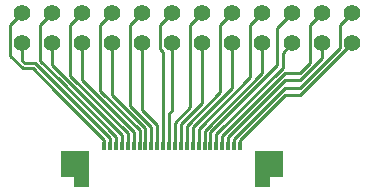
<source format=gbr>
%TF.GenerationSoftware,KiCad,Pcbnew,(5.1.12)-1*%
%TF.CreationDate,2022-06-15T15:33:43-04:00*%
%TF.ProjectId,Header_to_ZIF,48656164-6572-45f7-946f-5f5a49462e6b,rev?*%
%TF.SameCoordinates,Original*%
%TF.FileFunction,Copper,L1,Top*%
%TF.FilePolarity,Positive*%
%FSLAX46Y46*%
G04 Gerber Fmt 4.6, Leading zero omitted, Abs format (unit mm)*
G04 Created by KiCad (PCBNEW (5.1.12)-1) date 2022-06-15 15:33:43*
%MOMM*%
%LPD*%
G01*
G04 APERTURE LIST*
%TA.AperFunction,EtchedComponent*%
%ADD10C,0.100000*%
%TD*%
%TA.AperFunction,SMDPad,CuDef*%
%ADD11R,0.299999X0.800001*%
%TD*%
%TA.AperFunction,SMDPad,CuDef*%
%ADD12R,1.000001X1.000001*%
%TD*%
%TA.AperFunction,ComponentPad*%
%ADD13C,1.397000*%
%TD*%
%TA.AperFunction,Conductor*%
%ADD14C,0.250000*%
%TD*%
G04 APERTURE END LIST*
D10*
%TO.C,J1*%
G36*
X113625001Y-119620002D02*
G01*
X111225001Y-119620002D01*
X111225001Y-121820003D01*
X112325001Y-121820003D01*
X112325001Y-122670001D01*
X113625001Y-122670001D01*
X113625001Y-119620002D01*
G37*
G36*
X127624993Y-119620002D02*
G01*
X130024994Y-119620002D01*
X130024994Y-121820003D01*
X128924993Y-121820003D01*
X128924993Y-122670001D01*
X127624993Y-122670001D01*
X127624993Y-119620002D01*
G37*
%TD*%
D11*
%TO.P,J1,24*%
%TO.N,Net-(J1-Pad24)*%
X126374998Y-119220003D03*
%TO.P,J1,23*%
%TO.N,Net-(J1-Pad23)*%
X125874999Y-119220003D03*
D12*
%TO.P,J1,MP2*%
%TO.N,Net-(J1-PadMP2)*%
X128874996Y-120820002D03*
%TO.P,J1,MP1*%
%TO.N,Net-(J1-PadMP1)*%
X112375496Y-120820002D03*
D11*
%TO.P,J1,21*%
%TO.N,Net-(J1-Pad21)*%
X124874999Y-119220003D03*
%TO.P,J1,20*%
%TO.N,Net-(J1-Pad20)*%
X124375000Y-119220003D03*
%TO.P,J1,19*%
%TO.N,Net-(J1-Pad19)*%
X123874998Y-119220003D03*
%TO.P,J1,18*%
%TO.N,Net-(J1-Pad18)*%
X123374999Y-119220003D03*
%TO.P,J1,17*%
%TO.N,Net-(J1-Pad17)*%
X122874998Y-119220003D03*
%TO.P,J1,16*%
%TO.N,Net-(J1-Pad16)*%
X122374999Y-119220003D03*
%TO.P,J1,15*%
%TO.N,Net-(J1-Pad15)*%
X121875000Y-119220003D03*
%TO.P,J1,14*%
%TO.N,Net-(J1-Pad14)*%
X121374998Y-119220003D03*
%TO.P,J1,13*%
%TO.N,Net-(J1-Pad13)*%
X120874999Y-119220003D03*
%TO.P,J1,12*%
%TO.N,Net-(J1-Pad12)*%
X120374998Y-119220003D03*
%TO.P,J1,11*%
%TO.N,Net-(J1-Pad11)*%
X119874999Y-119220003D03*
%TO.P,J1,10*%
%TO.N,Net-(J1-Pad10)*%
X119375000Y-119220003D03*
%TO.P,J1,9*%
%TO.N,Net-(J1-Pad9)*%
X118874998Y-119220003D03*
%TO.P,J1,8*%
%TO.N,Net-(J1-Pad8)*%
X118374999Y-119220003D03*
%TO.P,J1,7*%
%TO.N,Net-(J1-Pad7)*%
X117874997Y-119220003D03*
%TO.P,J1,6*%
%TO.N,Net-(J1-Pad6)*%
X117374998Y-119220003D03*
%TO.P,J1,5*%
%TO.N,Net-(J1-Pad5)*%
X116874999Y-119220003D03*
%TO.P,J1,4*%
%TO.N,Net-(J1-Pad4)*%
X116374998Y-119220003D03*
%TO.P,J1,3*%
%TO.N,Net-(J1-Pad3)*%
X115874999Y-119220003D03*
%TO.P,J1,2*%
%TO.N,Net-(J1-Pad2)*%
X115374997Y-119220003D03*
%TO.P,J1,1*%
%TO.N,Net-(J1-Pad1)*%
X114874998Y-119220003D03*
%TO.P,J1,22*%
%TO.N,Net-(J1-Pad22)*%
X125374998Y-119220003D03*
%TD*%
D13*
%TO.P,J2,24*%
%TO.N,Net-(J1-Pad1)*%
X107950000Y-107950000D03*
%TO.P,J2,23*%
%TO.N,Net-(J1-Pad2)*%
X107950000Y-110490000D03*
%TO.P,J2,22*%
%TO.N,Net-(J1-Pad3)*%
X110490000Y-107950000D03*
%TO.P,J2,21*%
%TO.N,Net-(J1-Pad4)*%
X110490000Y-110490000D03*
%TO.P,J2,20*%
%TO.N,Net-(J1-Pad5)*%
X113030000Y-107950000D03*
%TO.P,J2,19*%
%TO.N,Net-(J1-Pad6)*%
X113030000Y-110490000D03*
%TO.P,J2,18*%
%TO.N,Net-(J1-Pad7)*%
X115570000Y-107950000D03*
%TO.P,J2,17*%
%TO.N,Net-(J1-Pad8)*%
X115570000Y-110490000D03*
%TO.P,J2,16*%
%TO.N,Net-(J1-Pad9)*%
X118110000Y-107950000D03*
%TO.P,J2,15*%
%TO.N,Net-(J1-Pad10)*%
X118110000Y-110490000D03*
%TO.P,J2,14*%
%TO.N,Net-(J1-Pad11)*%
X120650000Y-107950000D03*
%TO.P,J2,13*%
%TO.N,Net-(J1-Pad12)*%
X120650000Y-110490000D03*
%TO.P,J2,12*%
%TO.N,Net-(J1-Pad13)*%
X123190000Y-107950000D03*
%TO.P,J2,11*%
%TO.N,Net-(J1-Pad14)*%
X123190000Y-110490000D03*
%TO.P,J2,10*%
%TO.N,Net-(J1-Pad15)*%
X125730000Y-107950000D03*
%TO.P,J2,9*%
%TO.N,Net-(J1-Pad16)*%
X125730000Y-110490000D03*
%TO.P,J2,8*%
%TO.N,Net-(J1-Pad17)*%
X128270000Y-107950000D03*
%TO.P,J2,7*%
%TO.N,Net-(J1-Pad18)*%
X128270000Y-110490000D03*
%TO.P,J2,6*%
%TO.N,Net-(J1-Pad19)*%
X130810000Y-107950000D03*
%TO.P,J2,5*%
%TO.N,Net-(J1-Pad20)*%
X130810000Y-110490000D03*
%TO.P,J2,4*%
%TO.N,Net-(J1-Pad21)*%
X133350000Y-107950000D03*
%TO.P,J2,3*%
%TO.N,Net-(J1-Pad22)*%
X133350000Y-110490000D03*
%TO.P,J2,2*%
%TO.N,Net-(J1-Pad23)*%
X135890000Y-107950000D03*
%TO.P,J2,1*%
%TO.N,Net-(J1-Pad24)*%
X135890000Y-110490000D03*
%TD*%
D14*
%TO.N,Net-(J1-Pad24)*%
X126374998Y-119220003D02*
X126374998Y-118735002D01*
X126374998Y-118735002D02*
X130175000Y-114935000D01*
X131445000Y-114935000D02*
X135890000Y-110490000D01*
X130175000Y-114935000D02*
X131445000Y-114935000D01*
%TO.N,Net-(J1-Pad23)*%
X125874999Y-118598591D02*
X130173590Y-114300000D01*
X125874999Y-119220003D02*
X125874999Y-118598591D01*
X130173590Y-114300000D02*
X131443590Y-114300000D01*
X134866499Y-108973501D02*
X135890000Y-107950000D01*
X134866499Y-110877091D02*
X134866499Y-108973501D01*
X131443590Y-114300000D02*
X134866499Y-110877091D01*
%TO.N,Net-(J1-Pad21)*%
X124874999Y-118325771D02*
X130170770Y-113030000D01*
X124874999Y-119220003D02*
X124874999Y-118325771D01*
X130170770Y-113030000D02*
X131440770Y-113030000D01*
X132326499Y-108973501D02*
X133350000Y-107950000D01*
X132326499Y-112144271D02*
X132326499Y-108973501D01*
X131440770Y-113030000D02*
X132326499Y-112144271D01*
%TO.N,Net-(J1-Pad20)*%
X124375000Y-118189360D02*
X129984370Y-112579990D01*
X124375000Y-119220003D02*
X124375000Y-118189360D01*
X129984370Y-111315630D02*
X130810000Y-110490000D01*
X129984370Y-112579990D02*
X129984370Y-111315630D01*
%TO.N,Net-(J1-Pad19)*%
X123874998Y-119220003D02*
X123874998Y-118052952D01*
X129534360Y-109225640D02*
X130810000Y-107950000D01*
X129534360Y-112393590D02*
X129534360Y-109225640D01*
X123874998Y-118052952D02*
X129534360Y-112393590D01*
%TO.N,Net-(J1-Pad18)*%
X123374999Y-119220003D02*
X123374999Y-117916541D01*
X128270000Y-113021540D02*
X128270000Y-110490000D01*
X123374999Y-117916541D02*
X128270000Y-113021540D01*
%TO.N,Net-(J1-Pad17)*%
X122874998Y-119220003D02*
X122874998Y-117780132D01*
X127246499Y-108973501D02*
X128270000Y-107950000D01*
X127246499Y-113408631D02*
X127246499Y-108973501D01*
X122874998Y-117780132D02*
X127246499Y-113408631D01*
%TO.N,Net-(J1-Pad16)*%
X122374999Y-119220003D02*
X122374999Y-117643721D01*
X125730000Y-114288720D02*
X125730000Y-110490000D01*
X122374999Y-117643721D02*
X125730000Y-114288720D01*
%TO.N,Net-(J1-Pad15)*%
X121875000Y-119220003D02*
X121875000Y-117507310D01*
X124706499Y-108973501D02*
X125730000Y-107950000D01*
X124706499Y-114675811D02*
X124706499Y-108973501D01*
X121875000Y-117507310D02*
X124706499Y-114675811D01*
%TO.N,Net-(J1-Pad14)*%
X121374998Y-119220003D02*
X121374998Y-117370902D01*
X123190000Y-115555900D02*
X123190000Y-110490000D01*
X121374998Y-117370902D02*
X123190000Y-115555900D01*
%TO.N,Net-(J1-Pad13)*%
X120874999Y-119220003D02*
X120874999Y-117234491D01*
X122166499Y-108973501D02*
X123190000Y-107950000D01*
X122166499Y-115942991D02*
X122166499Y-108973501D01*
X120874999Y-117234491D02*
X122166499Y-115942991D01*
%TO.N,Net-(J1-Pad12)*%
X120374998Y-119220003D02*
X120374998Y-116480002D01*
X120650000Y-116205000D02*
X120650000Y-110490000D01*
X120374998Y-116480002D02*
X120650000Y-116205000D01*
%TO.N,Net-(J1-Pad11)*%
X119626499Y-108973501D02*
X120650000Y-107950000D01*
X119626499Y-110981281D02*
X119626499Y-108973501D01*
X119874999Y-111229781D02*
X119626499Y-110981281D01*
X119874999Y-119220003D02*
X119874999Y-111229781D01*
%TO.N,Net-(J1-Pad10)*%
X119375000Y-119220003D02*
X119375000Y-117457310D01*
X118110000Y-116192310D02*
X118110000Y-110490000D01*
X119375000Y-117457310D02*
X118110000Y-116192310D01*
%TO.N,Net-(J1-Pad9)*%
X118874998Y-119220003D02*
X118874998Y-117593718D01*
X117086499Y-108973501D02*
X118110000Y-107950000D01*
X117086499Y-115805219D02*
X117086499Y-108973501D01*
X118874998Y-117593718D02*
X117086499Y-115805219D01*
%TO.N,Net-(J1-Pad8)*%
X118374999Y-119220003D02*
X118374999Y-117730129D01*
X115570000Y-114925130D02*
X115570000Y-110490000D01*
X118374999Y-117730129D02*
X115570000Y-114925130D01*
%TO.N,Net-(J1-Pad7)*%
X117874997Y-119220003D02*
X117874997Y-117866537D01*
X114546499Y-108973501D02*
X115570000Y-107950000D01*
X114546499Y-114538039D02*
X114546499Y-108973501D01*
X117874997Y-117866537D02*
X114546499Y-114538039D01*
%TO.N,Net-(J1-Pad6)*%
X117374998Y-119220003D02*
X117374998Y-118002948D01*
X113030000Y-113657950D02*
X113030000Y-110490000D01*
X117374998Y-118002948D02*
X113030000Y-113657950D01*
%TO.N,Net-(J1-Pad5)*%
X116874999Y-119220003D02*
X116874999Y-118139359D01*
X112006499Y-108973501D02*
X113030000Y-107950000D01*
X112006499Y-113270859D02*
X112006499Y-108973501D01*
X116874999Y-118139359D02*
X112006499Y-113270859D01*
%TO.N,Net-(J1-Pad4)*%
X116374998Y-118275768D02*
X110493525Y-112394295D01*
X116374998Y-119220003D02*
X116374998Y-118275768D01*
X110493525Y-110493525D02*
X110490000Y-110490000D01*
X110493525Y-112394295D02*
X110493525Y-110493525D01*
%TO.N,Net-(J1-Pad3)*%
X115874999Y-118412179D02*
X111127820Y-113665000D01*
X115874999Y-119220003D02*
X115874999Y-118412179D01*
X111127820Y-113665000D02*
X111125000Y-113665000D01*
X109466499Y-108973501D02*
X110490000Y-107950000D01*
X109466499Y-112006499D02*
X109466499Y-108973501D01*
X111125000Y-113665000D02*
X109466499Y-112006499D01*
%TO.N,Net-(J1-Pad2)*%
X107950000Y-111990800D02*
X107950000Y-110490000D01*
X108152100Y-112192900D02*
X107950000Y-111990800D01*
X110938599Y-114115009D02*
X109016490Y-112192900D01*
X110941420Y-114115010D02*
X110938599Y-114115009D01*
X115350006Y-118523596D02*
X110941420Y-114115010D01*
X109016490Y-112192900D02*
X108152100Y-112192900D01*
X115374997Y-118549997D02*
X115374997Y-119220003D01*
X115350006Y-118525006D02*
X115374997Y-118549997D01*
X115350006Y-118523596D02*
X115350006Y-118525006D01*
%TO.N,Net-(J1-Pad1)*%
X106926499Y-108973501D02*
X107950000Y-107950000D01*
X106926499Y-111603709D02*
X106926499Y-108973501D01*
X108830090Y-112642910D02*
X107965699Y-112642909D01*
X110752198Y-114565018D02*
X108830090Y-112642910D01*
X107965699Y-112642909D02*
X106926499Y-111603709D01*
X114899997Y-118709997D02*
X110755018Y-114565018D01*
X114899997Y-118780003D02*
X114899997Y-118709997D01*
X114874998Y-118805002D02*
X114899997Y-118780003D01*
X110755018Y-114565018D02*
X110752198Y-114565018D01*
X114874998Y-119220003D02*
X114874998Y-118805002D01*
%TO.N,Net-(J1-Pad22)*%
X125374998Y-119220003D02*
X125374998Y-118462182D01*
X130172180Y-113665000D02*
X131442180Y-113665000D01*
X125374998Y-118462182D02*
X130172180Y-113665000D01*
X133350000Y-111757180D02*
X133350000Y-110490000D01*
X131442180Y-113665000D02*
X133350000Y-111757180D01*
%TD*%
M02*

</source>
